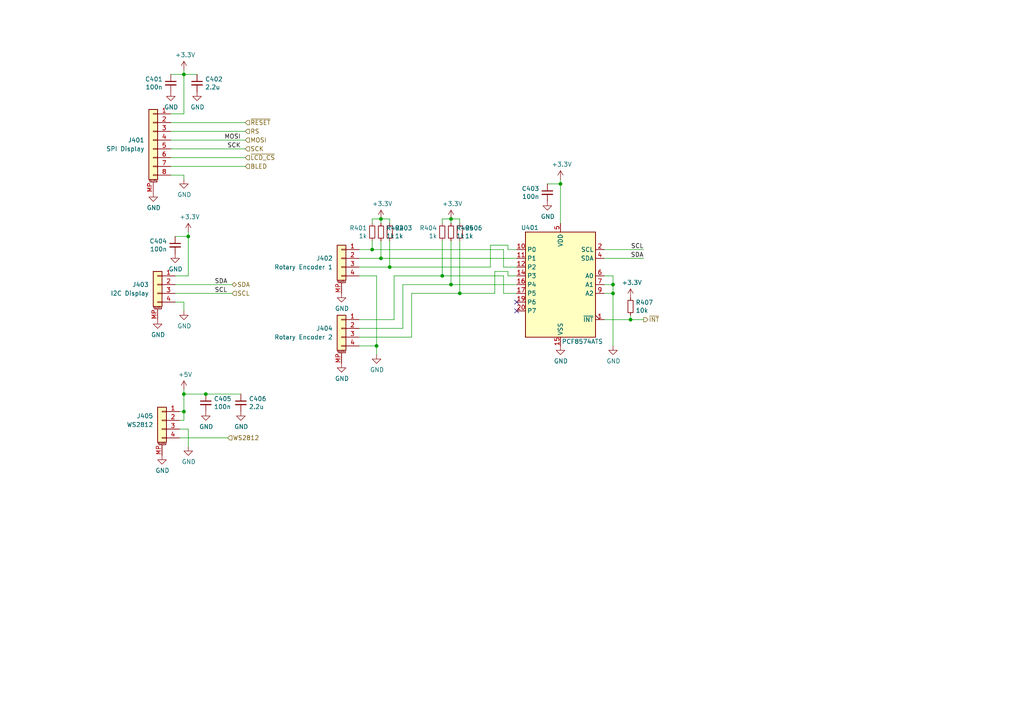
<source format=kicad_sch>
(kicad_sch (version 20230121) (generator eeschema)
  (paper "A4")
  (lib_symbols
    (symbol "Connector_Generic_MountingPin:Conn_01x04_MountingPin" (pin_names (offset 1.016) hide)
      (property "Reference" "J" (at 0 5.08 0))
      (property "Value" "Conn_01x04_MountingPin" (at 1.27 -7.62 0))
      (symbol "Conn_01x04_MountingPin_1_1"
        (rectangle (start -1.27 -4.953) (end 0 -5.207) (stroke (width 0.1524)))
        (rectangle (start -1.27 -2.413) (end 0 -2.667) (stroke (width 0.1524)))
        (rectangle (start -1.27 0.127) (end 0 -0.127) (stroke (width 0.1524)))
        (rectangle (start -1.27 2.667) (end 0 2.413) (stroke (width 0.1524)))
        (rectangle (start -1.27 3.81) (end 1.27 -6.35) (stroke (width 0.254)) (fill (type background)))
        (polyline (pts (xy -1.016 -7.112) (xy 1.016 -7.112)) (stroke (width 0.1524)))
        (text "Mounting" (at 0 -6.731 0) (effects (font (size 0.381 0.381))))
        (pin passive line (at -5.08 2.54 0) (length 3.81) (name "Pin_1") (number "1"))
        (pin passive line (at -5.08 0 0) (length 3.81) (name "Pin_2") (number "2"))
        (pin passive line (at -5.08 -2.54 0) (length 3.81) (name "Pin_3") (number "3"))
        (pin passive line (at -5.08 -5.08 0) (length 3.81) (name "Pin_4") (number "4"))
        (pin passive line (at 0 -10.16 90) (length 3.048) (name "MountPin") (number "MP"))
      )
    )
    (symbol "Connector_Generic_MountingPin:Conn_01x08_MountingPin" (pin_names (offset 1.016) hide)
      (property "Reference" "J" (at 0 10.16 0))
      (property "Value" "Conn_01x08_MountingPin" (at 1.27 -12.7 0))
      (symbol "Conn_01x08_MountingPin_1_1"
        (rectangle (start -1.27 -10.033) (end 0 -10.287) (stroke (width 0.1524)))
        (rectangle (start -1.27 -7.493) (end 0 -7.747) (stroke (width 0.1524)))
        (rectangle (start -1.27 -4.953) (end 0 -5.207) (stroke (width 0.1524)))
        (rectangle (start -1.27 -2.413) (end 0 -2.667) (stroke (width 0.1524)))
        (rectangle (start -1.27 0.127) (end 0 -0.127) (stroke (width 0.1524)))
        (rectangle (start -1.27 2.667) (end 0 2.413) (stroke (width 0.1524)))
        (rectangle (start -1.27 5.207) (end 0 4.953) (stroke (width 0.1524)))
        (rectangle (start -1.27 7.747) (end 0 7.493) (stroke (width 0.1524)))
        (rectangle (start -1.27 8.89) (end 1.27 -11.43) (stroke (width 0.254)) (fill (type background)))
        (polyline (pts (xy -1.016 -12.192) (xy 1.016 -12.192)) (stroke (width 0.1524)))
        (text "Mounting" (at 0 -11.811 0) (effects (font (size 0.381 0.381))))
        (pin passive line (at -5.08 7.62 0) (length 3.81) (name "Pin_1") (number "1"))
        (pin passive line (at -5.08 5.08 0) (length 3.81) (name "Pin_2") (number "2"))
        (pin passive line (at -5.08 2.54 0) (length 3.81) (name "Pin_3") (number "3"))
        (pin passive line (at -5.08 0 0) (length 3.81) (name "Pin_4") (number "4"))
        (pin passive line (at -5.08 -2.54 0) (length 3.81) (name "Pin_5") (number "5"))
        (pin passive line (at -5.08 -5.08 0) (length 3.81) (name "Pin_6") (number "6"))
        (pin passive line (at -5.08 -7.62 0) (length 3.81) (name "Pin_7") (number "7"))
        (pin passive line (at -5.08 -10.16 0) (length 3.81) (name "Pin_8") (number "8"))
        (pin passive line (at 0 -15.24 90) (length 3.048) (name "MountPin") (number "MP"))
      )
    )
    (symbol "Device:C_Small" (pin_numbers hide) (pin_names (offset 0.254) hide)
      (property "Reference" "C" (at 0.254 1.778 0))
      (property "Value" "C_Small" (at 0.254 -2.032 0))
      (symbol "C_Small_0_1"
        (polyline (pts (xy -1.524 -0.508) (xy 1.524 -0.508)) (stroke (width 0.3302)))
        (polyline (pts (xy -1.524 0.508) (xy 1.524 0.508)) (stroke (width 0.3048)))
      )
      (symbol "C_Small_1_1"
        (pin passive line (at 0 2.54 270) (length 2.032) (name "~") (number "1"))
        (pin passive line (at 0 -2.54 90) (length 2.032) (name "~") (number "2"))
      )
    )
    (symbol "Device:R_Small" (pin_numbers hide) (pin_names (offset 0.254) hide)
      (property "Reference" "R" (at 0.762 0.508 0))
      (property "Value" "R_Small" (at 0.762 -1.016 0))
      (symbol "R_Small_0_1"
        (rectangle (start -0.762 1.778) (end 0.762 -1.778) (stroke (width 0.2032)))
      )
      (symbol "R_Small_1_1"
        (pin passive line (at 0 2.54 270) (length 0.762) (name "~") (number "1"))
        (pin passive line (at 0 -2.54 90) (length 0.762) (name "~") (number "2"))
      )
    )
    (symbol "Interface_Expansion:PCF8574ATS"
      (property "Reference" "U" (at -8.89 16.51 0))
      (property "Value" "PCF8574ATS" (at 3.81 16.51 0))
      (symbol "PCF8574ATS_0_1"
        (rectangle (start -10.16 15.24) (end 10.16 -15.24) (stroke (width 0.254)) (fill (type background)))
      )
      (symbol "PCF8574ATS_1_1"
        (pin open_collector output_low (at -12.7 -10.16 0) (length 2.54) (name "~{INT}") (number "1"))
        (pin bidirectional line (at 12.7 10.16 180) (length 2.54) (name "P0") (number "10"))
        (pin bidirectional line (at 12.7 7.62 180) (length 2.54) (name "P1") (number "11"))
        (pin bidirectional line (at 12.7 5.08 180) (length 2.54) (name "P2") (number "12"))
        (pin no_connect line (at -10.16 -5.08 0) (length 2.54) hide (name "NC") (number "13"))
        (pin bidirectional line (at 12.7 2.54 180) (length 2.54) (name "P3") (number "14"))
        (pin power_in line (at 0 -17.78 90) (length 2.54) (name "VSS") (number "15"))
        (pin bidirectional line (at 12.7 0 180) (length 2.54) (name "P4") (number "16"))
        (pin bidirectional line (at 12.7 -2.54 180) (length 2.54) (name "P5") (number "17"))
        (pin no_connect line (at -10.16 -7.62 0) (length 2.54) hide (name "NC") (number "18"))
        (pin bidirectional line (at 12.7 -5.08 180) (length 2.54) (name "P6") (number "19"))
        (pin input line (at -12.7 10.16 0) (length 2.54) (name "SCL") (number "2"))
        (pin bidirectional line (at 12.7 -7.62 180) (length 2.54) (name "P7") (number "20"))
        (pin no_connect line (at 10.16 -10.16 180) (length 2.54) hide (name "NC") (number "3"))
        (pin bidirectional line (at -12.7 7.62 0) (length 2.54) (name "SDA") (number "4"))
        (pin power_in line (at 0 17.78 270) (length 2.54) (name "VDD") (number "5"))
        (pin input line (at -12.7 2.54 0) (length 2.54) (name "A0") (number "6"))
        (pin input line (at -12.7 0 0) (length 2.54) (name "A1") (number "7"))
        (pin no_connect line (at 10.16 -12.7 180) (length 2.54) hide (name "NC") (number "8"))
        (pin input line (at -12.7 -2.54 0) (length 2.54) (name "A2") (number "9"))
      )
    )
    (symbol "power:+3.3V" (power) (pin_names (offset 0))
      (property "Value" "+3.3V" (at 0 3.556 0))
      (symbol "+3.3V_0_1"
        (polyline (pts (xy -0.762 1.27) (xy 0 2.54)))
        (polyline (pts (xy 0 0) (xy 0 2.54)))
        (polyline (pts (xy 0 2.54) (xy 0.762 1.27)))
      )
      (symbol "+3.3V_1_1"
        (pin power_in line (at 0 0 90) (length 0) hide (name "+3.3V") (number "1"))
      )
    )
    (symbol "power:+5V" (power) (pin_names (offset 0))
      (property "Value" "+5V" (at 0 3.556 0))
      (symbol "+5V_0_1"
        (polyline (pts (xy -0.762 1.27) (xy 0 2.54)))
        (polyline (pts (xy 0 0) (xy 0 2.54)))
        (polyline (pts (xy 0 2.54) (xy 0.762 1.27)))
      )
      (symbol "+5V_1_1"
        (pin power_in line (at 0 0 90) (length 0) hide (name "+5V") (number "1"))
      )
    )
    (symbol "power:GND" (power) (pin_names (offset 0))
      (property "Value" "GND" (at 0 -3.81 0))
      (symbol "GND_0_1"
        (polyline (pts (xy 0 0) (xy 0 -1.27) (xy 1.27 -1.27) (xy 0 -2.54) (xy -1.27 -1.27) (xy 0 -1.27)))
      )
      (symbol "GND_1_1"
        (pin power_in line (at 0 0 270) (length 0) hide (name "GND") (number "1"))
      )
    )
  )
  (junction (at 113.03 77.47))
  (junction (at 177.8 85.09))
  (junction (at 109.22 100.33))
  (junction (at 130.81 82.55))
  (junction (at 128.27 80.01))
  (junction (at 59.69 114.3))
  (junction (at 130.81 63.5))
  (junction (at 162.56 53.34))
  (junction (at 110.49 74.93))
  (junction (at 110.49 63.5))
  (junction (at 182.88 92.71))
  (junction (at 53.34 119.38))
  (junction (at 177.8 82.55))
  (junction (at 107.95 72.39))
  (junction (at 53.34 21.59))
  (junction (at 54.61 68.58))
  (junction (at 53.34 114.3))
  (junction (at 133.35 85.09))
  (no_connect (at 149.86 87.63))
  (no_connect (at 149.86 90.17))
  (wire (pts (xy 54.61 80.01) (xy 54.61 68.58)))
  (wire (pts (xy 71.12 43.18) (xy 49.53 43.18)))
  (wire (pts (xy 53.34 114.3) (xy 53.34 113.03)))
  (wire (pts (xy 142.24 71.12) (xy 147.32 71.12)))
  (wire (pts (xy 53.34 21.59) (xy 53.34 20.32)))
  (wire (pts (xy 177.8 82.55) (xy 177.8 85.09)))
  (wire (pts (xy 53.34 50.8) (xy 53.34 52.07)))
  (wire (pts (xy 110.49 74.93) (xy 149.86 74.93)))
  (wire (pts (xy 49.53 50.8) (xy 53.34 50.8)))
  (wire (pts (xy 109.22 100.33) (xy 109.22 102.87)))
  (wire (pts (xy 109.22 80.01) (xy 109.22 100.33)))
  (wire (pts (xy 149.86 80.01) (xy 147.32 80.01)))
  (wire (pts (xy 107.95 72.39) (xy 107.95 69.85)))
  (wire (pts (xy 175.26 72.39) (xy 186.69 72.39)))
  (wire (pts (xy 130.81 82.55) (xy 149.86 82.55)))
  (wire (pts (xy 142.24 77.47) (xy 142.24 71.12)))
  (wire (pts (xy 53.34 114.3) (xy 59.69 114.3)))
  (wire (pts (xy 104.14 92.71) (xy 114.3 92.71)))
  (wire (pts (xy 146.05 77.47) (xy 146.05 72.39)))
  (wire (pts (xy 59.69 114.3) (xy 69.85 114.3)))
  (wire (pts (xy 50.8 87.63) (xy 53.34 87.63)))
  (wire (pts (xy 147.32 72.39) (xy 149.86 72.39)))
  (wire (pts (xy 53.34 119.38) (xy 53.34 114.3)))
  (wire (pts (xy 175.26 85.09) (xy 177.8 85.09)))
  (wire (pts (xy 182.88 91.44) (xy 182.88 92.71)))
  (wire (pts (xy 128.27 80.01) (xy 146.05 80.01)))
  (wire (pts (xy 128.27 64.77) (xy 128.27 63.5)))
  (wire (pts (xy 49.53 40.64) (xy 71.12 40.64)))
  (wire (pts (xy 110.49 63.5) (xy 113.03 63.5)))
  (wire (pts (xy 119.38 97.79) (xy 119.38 85.09)))
  (wire (pts (xy 130.81 69.85) (xy 130.81 82.55)))
  (wire (pts (xy 143.51 85.09) (xy 133.35 85.09)))
  (wire (pts (xy 114.3 80.01) (xy 128.27 80.01)))
  (wire (pts (xy 113.03 63.5) (xy 113.03 64.77)))
  (wire (pts (xy 113.03 77.47) (xy 142.24 77.47)))
  (wire (pts (xy 52.07 119.38) (xy 53.34 119.38)))
  (wire (pts (xy 104.14 80.01) (xy 109.22 80.01)))
  (wire (pts (xy 182.88 92.71) (xy 186.69 92.71)))
  (wire (pts (xy 49.53 35.56) (xy 71.12 35.56)))
  (wire (pts (xy 54.61 124.46) (xy 54.61 129.54)))
  (wire (pts (xy 175.26 92.71) (xy 182.88 92.71)))
  (wire (pts (xy 116.84 82.55) (xy 130.81 82.55)))
  (wire (pts (xy 110.49 63.5) (xy 110.49 64.77)))
  (wire (pts (xy 104.14 100.33) (xy 109.22 100.33)))
  (wire (pts (xy 104.14 72.39) (xy 107.95 72.39)))
  (wire (pts (xy 162.56 64.77) (xy 162.56 53.34)))
  (wire (pts (xy 104.14 77.47) (xy 113.03 77.47)))
  (wire (pts (xy 116.84 95.25) (xy 116.84 82.55)))
  (wire (pts (xy 50.8 82.55) (xy 67.31 82.55)))
  (wire (pts (xy 52.07 124.46) (xy 54.61 124.46)))
  (wire (pts (xy 50.8 68.58) (xy 54.61 68.58)))
  (wire (pts (xy 128.27 63.5) (xy 130.81 63.5)))
  (wire (pts (xy 104.14 97.79) (xy 119.38 97.79)))
  (wire (pts (xy 53.34 121.92) (xy 53.34 119.38)))
  (wire (pts (xy 52.07 121.92) (xy 53.34 121.92)))
  (wire (pts (xy 50.8 80.01) (xy 54.61 80.01)))
  (wire (pts (xy 49.53 21.59) (xy 53.34 21.59)))
  (wire (pts (xy 146.05 85.09) (xy 149.86 85.09)))
  (wire (pts (xy 177.8 80.01) (xy 177.8 82.55)))
  (wire (pts (xy 175.26 74.93) (xy 186.69 74.93)))
  (wire (pts (xy 130.81 63.5) (xy 130.81 64.77)))
  (wire (pts (xy 133.35 69.85) (xy 133.35 85.09)))
  (wire (pts (xy 113.03 69.85) (xy 113.03 77.47)))
  (wire (pts (xy 71.12 48.26) (xy 49.53 48.26)))
  (wire (pts (xy 162.56 53.34) (xy 162.56 52.07)))
  (wire (pts (xy 175.26 80.01) (xy 177.8 80.01)))
  (wire (pts (xy 71.12 38.1) (xy 49.53 38.1)))
  (wire (pts (xy 54.61 68.58) (xy 54.61 67.31)))
  (wire (pts (xy 149.86 77.47) (xy 146.05 77.47)))
  (wire (pts (xy 49.53 45.72) (xy 71.12 45.72)))
  (wire (pts (xy 146.05 72.39) (xy 107.95 72.39)))
  (wire (pts (xy 107.95 63.5) (xy 110.49 63.5)))
  (wire (pts (xy 107.95 64.77) (xy 107.95 63.5)))
  (wire (pts (xy 146.05 80.01) (xy 146.05 85.09)))
  (wire (pts (xy 147.32 78.74) (xy 143.51 78.74)))
  (wire (pts (xy 147.32 71.12) (xy 147.32 72.39)))
  (wire (pts (xy 104.14 95.25) (xy 116.84 95.25)))
  (wire (pts (xy 53.34 21.59) (xy 57.15 21.59)))
  (wire (pts (xy 119.38 85.09) (xy 133.35 85.09)))
  (wire (pts (xy 130.81 63.5) (xy 133.35 63.5)))
  (wire (pts (xy 158.75 53.34) (xy 162.56 53.34)))
  (wire (pts (xy 133.35 63.5) (xy 133.35 64.77)))
  (wire (pts (xy 52.07 127) (xy 66.04 127)))
  (wire (pts (xy 53.34 87.63) (xy 53.34 90.17)))
  (wire (pts (xy 114.3 92.71) (xy 114.3 80.01)))
  (wire (pts (xy 177.8 85.09) (xy 177.8 100.33)))
  (wire (pts (xy 128.27 69.85) (xy 128.27 80.01)))
  (wire (pts (xy 49.53 33.02) (xy 53.34 33.02)))
  (wire (pts (xy 53.34 33.02) (xy 53.34 21.59)))
  (wire (pts (xy 110.49 69.85) (xy 110.49 74.93)))
  (wire (pts (xy 104.14 74.93) (xy 110.49 74.93)))
  (wire (pts (xy 143.51 78.74) (xy 143.51 85.09)))
  (wire (pts (xy 175.26 82.55) (xy 177.8 82.55)))
  (wire (pts (xy 147.32 80.01) (xy 147.32 78.74)))
  (wire (pts (xy 50.8 85.09) (xy 67.31 85.09)))
  (label "SCL" (at 186.69 72.39 180))
  (label "MOSI" (at 69.85 40.64 180))
  (label "SCK" (at 69.85 43.18 180))
  (label "SDA" (at 62.23 82.55 0))
  (label "SCL" (at 62.23 85.09 0))
  (label "SDA" (at 186.69 74.93 180))
  (hierarchical_label "SCL" (shape input) (at 67.31 85.09 0))
  (hierarchical_label "SCK" (shape input) (at 71.12 43.18 0))
  (hierarchical_label "SDA" (shape bidirectional) (at 67.31 82.55 0))
  (hierarchical_label "MOSI" (shape input) (at 71.12 40.64 0))
  (hierarchical_label "~{RESET}" (shape input) (at 71.12 35.56 0))
  (hierarchical_label "BLED" (shape input) (at 71.12 48.26 0))
  (hierarchical_label "RS" (shape input) (at 71.12 38.1 0))
  (hierarchical_label "~{INT}" (shape output) (at 186.69 92.71 0))
  (hierarchical_label "~{LCD_CS}" (shape input) (at 71.12 45.72 0))
  (hierarchical_label "WS2812" (shape input) (at 66.04 127 0))
  (symbol (lib_id "power:GND") (at 53.34 90.17 0) (unit 1)
    (property "Reference" "#PWR0180" (effects hide))
    (property "Value" "GND" (at 53.467 94.5642 0))
  )
  (symbol (lib_id "Connector_Generic_MountingPin:Conn_01x04_MountingPin") (at 45.72 82.55 0) (mirror y) (unit 1)
    (property "Reference" "J403" (at 43.18 82.55 0) (effects (justify left)))
    (property "Value" "I2C Display" (at 43.18 85.09 0) (effects (justify left)))
    (property "Footprint" "Connector_JST:JST_GH_BM04B-GHS-TBT_1x04-1MP_P1.25mm_Vertical" (effects hide))
    (property "Partnumber" "752-1769" (effects hide))
    (property "Supplier" "RS-Components" (effects hide))
  )
  (symbol (lib_id "power:+3.3V") (at 54.61 67.31 0) (unit 1)
    (property "Reference" "#PWR0181" (effects hide))
    (property "Value" "+3.3V" (at 54.991 62.9158 0))
  )
  (symbol (lib_id "Device:C_Small") (at 50.8 71.12 0) (unit 1)
    (property "Reference" "C404" (at 48.4632 69.9516 0) (effects (justify right)))
    (property "Value" "100n" (at 48.4632 72.263 0) (effects (justify right)))
    (property "Footprint" "Capacitor_SMD:C_0603_1608Metric" (effects hide))
    (property "Partnumber" "133-5641" (effects hide))
    (property "Supplier" "RS-Components" (effects hide))
  )
  (symbol (lib_id "power:GND") (at 50.8 73.66 0) (unit 1)
    (property "Reference" "#PWR0182" (effects hide))
    (property "Value" "GND" (at 50.927 78.0542 0))
  )
  (symbol (lib_id "Interface_Expansion:PCF8574ATS") (at 162.56 82.55 0) (mirror y) (unit 1)
    (property "Reference" "U401" (at 153.67 66.04 0))
    (property "Value" "PCF8574ATS" (at 168.91 99.06 0))
    (property "Footprint" "Package_SO:SSOP-20_4.4x6.5mm_P0.65mm" (effects hide))
    (property "Datasheet" "http://www.nxp.com/documents/data_sheet/PCF8574_PCF8574A.pdf" (effects hide))
    (property "Partnumber" "732-1064" (effects hide))
    (property "Supplier" "RS-Components" (effects hide))
  )
  (symbol (lib_id "power:+3.3V") (at 162.56 52.07 0) (unit 1)
    (property "Reference" "#PWR0183" (effects hide))
    (property "Value" "+3.3V" (at 162.941 47.6758 0))
  )
  (symbol (lib_id "Device:C_Small") (at 158.75 55.88 0) (unit 1)
    (property "Reference" "C403" (at 156.4132 54.7116 0) (effects (justify right)))
    (property "Value" "100n" (at 156.4132 57.023 0) (effects (justify right)))
    (property "Footprint" "Capacitor_SMD:C_0603_1608Metric" (effects hide))
    (property "Partnumber" "133-5641" (effects hide))
    (property "Supplier" "RS-Components" (effects hide))
  )
  (symbol (lib_id "power:GND") (at 158.75 58.42 0) (unit 1)
    (property "Reference" "#PWR0184" (effects hide))
    (property "Value" "GND" (at 158.877 62.8142 0))
  )
  (symbol (lib_id "power:GND") (at 162.56 100.33 0) (unit 1)
    (property "Reference" "#PWR0185" (effects hide))
    (property "Value" "GND" (at 162.687 104.7242 0))
  )
  (symbol (lib_id "power:GND") (at 177.8 100.33 0) (unit 1)
    (property "Reference" "#PWR0186" (effects hide))
    (property "Value" "GND" (at 177.927 104.7242 0))
  )
  (symbol (lib_id "Device:R_Small") (at 182.88 88.9 0) (mirror y) (unit 1)
    (property "Reference" "R407" (at 184.3532 87.7316 0) (effects (justify right)))
    (property "Value" "10k" (at 184.3532 90.043 0) (effects (justify right)))
    (property "Footprint" "Resistor_SMD:R_0603_1608Metric" (effects hide))
    (property "Supplier" "RS-Components" (effects hide))
  )
  (symbol (lib_id "power:+3.3V") (at 182.88 86.36 0) (unit 1)
    (property "Reference" "#PWR0187" (effects hide))
    (property "Value" "+3.3V" (at 183.261 81.9658 0))
  )
  (symbol (lib_id "Connector_Generic_MountingPin:Conn_01x04_MountingPin") (at 99.06 95.25 0) (mirror y) (unit 1)
    (property "Reference" "J404" (at 96.52 95.25 0) (effects (justify left)))
    (property "Value" "Rotary Encoder 2" (at 96.52 97.79 0) (effects (justify left)))
    (property "Footprint" "Connector_JST:JST_GH_BM04B-GHS-TBT_1x04-1MP_P1.25mm_Vertical" (effects hide))
    (property "Partnumber" "752-1769" (effects hide))
    (property "Supplier" "RS-Components" (effects hide))
  )
  (symbol (lib_id "Device:R_Small") (at 133.35 67.31 0) (mirror y) (unit 1)
    (property "Reference" "R406" (at 134.8232 66.1416 0) (effects (justify right)))
    (property "Value" "1k" (at 134.8232 68.453 0) (effects (justify right)))
    (property "Footprint" "Resistor_SMD:R_0603_1608Metric" (effects hide))
    (property "Supplier" "RS-Components" (effects hide))
  )
  (symbol (lib_id "Device:R_Small") (at 128.27 67.31 0) (unit 1)
    (property "Reference" "R404" (at 126.7968 66.1416 0) (effects (justify right)))
    (property "Value" "1k" (at 126.7968 68.453 0) (effects (justify right)))
    (property "Footprint" "Resistor_SMD:R_0603_1608Metric" (effects hide))
    (property "Supplier" "RS-Components" (effects hide))
  )
  (symbol (lib_id "Device:R_Small") (at 130.81 67.31 0) (unit 1)
    (property "Reference" "R405" (at 132.3086 66.1416 0) (effects (justify left)))
    (property "Value" "1k" (at 132.3086 68.453 0) (effects (justify left)))
    (property "Footprint" "Resistor_SMD:R_0603_1608Metric" (effects hide))
    (property "Supplier" "RS-Components" (effects hide))
  )
  (symbol (lib_id "power:+3.3V") (at 130.81 63.5 0) (unit 1)
    (property "Reference" "#PWR0188" (effects hide))
    (property "Value" "+3.3V" (at 131.191 59.1058 0))
  )
  (symbol (lib_id "Connector_Generic_MountingPin:Conn_01x04_MountingPin") (at 99.06 74.93 0) (mirror y) (unit 1)
    (property "Reference" "J402" (at 96.52 74.93 0) (effects (justify left)))
    (property "Value" "Rotary Encoder 1" (at 96.52 77.47 0) (effects (justify left)))
    (property "Footprint" "Connector_JST:JST_GH_BM04B-GHS-TBT_1x04-1MP_P1.25mm_Vertical" (effects hide))
    (property "Partnumber" "752-1769" (effects hide))
    (property "Supplier" "RS-Components" (effects hide))
  )
  (symbol (lib_id "Device:R_Small") (at 113.03 67.31 0) (mirror y) (unit 1)
    (property "Reference" "R403" (at 114.5032 66.1416 0) (effects (justify right)))
    (property "Value" "1k" (at 114.5032 68.453 0) (effects (justify right)))
    (property "Footprint" "Resistor_SMD:R_0603_1608Metric" (effects hide))
    (property "Supplier" "RS-Components" (effects hide))
  )
  (symbol (lib_id "power:GND") (at 109.22 102.87 0) (unit 1)
    (property "Reference" "#PWR0170" (effects hide))
    (property "Value" "GND" (at 109.347 107.2642 0))
  )
  (symbol (lib_id "Device:R_Small") (at 107.95 67.31 0) (unit 1)
    (property "Reference" "R401" (at 106.4768 66.1416 0) (effects (justify right)))
    (property "Value" "1k" (at 106.4768 68.453 0) (effects (justify right)))
    (property "Footprint" "Resistor_SMD:R_0603_1608Metric" (effects hide))
    (property "Supplier" "RS-Components" (effects hide))
  )
  (symbol (lib_id "Device:R_Small") (at 110.49 67.31 0) (unit 1)
    (property "Reference" "R402" (at 111.9886 66.1416 0) (effects (justify left)))
    (property "Value" "1k" (at 111.9886 68.453 0) (effects (justify left)))
    (property "Footprint" "Resistor_SMD:R_0603_1608Metric" (effects hide))
    (property "Supplier" "RS-Components" (effects hide))
  )
  (symbol (lib_id "power:+3.3V") (at 110.49 63.5 0) (unit 1)
    (property "Reference" "#PWR0171" (effects hide))
    (property "Value" "+3.3V" (at 110.871 59.1058 0))
  )
  (symbol (lib_id "Connector_Generic_MountingPin:Conn_01x08_MountingPin") (at 44.45 40.64 0) (mirror y) (unit 1)
    (property "Reference" "J401" (at 41.91 40.64 0) (effects (justify left)))
    (property "Value" "SPI Display" (at 41.91 43.18 0) (effects (justify left)))
    (property "Footprint" "Connector_JST:JST_GH_BM08B-GHS-TBT_1x08-1MP_P1.25mm_Vertical" (effects hide))
    (property "Partnumber" "752-1775" (effects hide))
    (property "Supplier" "RS-Components" (effects hide))
  )
  (symbol (lib_id "power:+3.3V") (at 53.34 20.32 0) (unit 1)
    (property "Reference" "#PWR0172" (effects hide))
    (property "Value" "+3.3V" (at 53.721 15.9258 0))
  )
  (symbol (lib_id "power:GND") (at 53.34 52.07 0) (unit 1)
    (property "Reference" "#PWR0173" (effects hide))
    (property "Value" "GND" (at 53.467 56.4642 0))
  )
  (symbol (lib_id "Device:C_Small") (at 57.15 24.13 0) (unit 1)
    (property "Reference" "C402" (at 59.4868 22.9616 0) (effects (justify left)))
    (property "Value" "2.2u" (at 59.4868 25.273 0) (effects (justify left)))
    (property "Footprint" "Capacitor_SMD:C_0603_1608Metric" (effects hide))
    (property "Supplier" "RS-Components" (effects hide))
  )
  (symbol (lib_id "Device:C_Small") (at 49.53 24.13 0) (unit 1)
    (property "Reference" "C401" (at 47.1932 22.9616 0) (effects (justify right)))
    (property "Value" "100n" (at 47.1932 25.273 0) (effects (justify right)))
    (property "Footprint" "Capacitor_SMD:C_0603_1608Metric" (effects hide))
    (property "Partnumber" "133-5641" (effects hide))
    (property "Supplier" "RS-Components" (effects hide))
  )
  (symbol (lib_id "power:GND") (at 49.53 26.67 0) (unit 1)
    (property "Reference" "#PWR0174" (effects hide))
    (property "Value" "GND" (at 49.657 31.0642 0))
  )
  (symbol (lib_id "power:GND") (at 57.15 26.67 0) (unit 1)
    (property "Reference" "#PWR0175" (effects hide))
    (property "Value" "GND" (at 57.277 31.0642 0))
  )
  (symbol (lib_id "Connector_Generic_MountingPin:Conn_01x04_MountingPin") (at 46.99 121.92 0) (mirror y) (unit 1)
    (property "Reference" "J405" (at 44.45 120.65 0) (effects (justify left)))
    (property "Value" "WS2812" (at 44.45 123.19 0) (effects (justify left)))
    (property "Footprint" "Connector_JST:JST_GH_BM04B-GHS-TBT_1x04-1MP_P1.25mm_Vertical" (effects hide))
    (property "Partnumber" "752-1769" (effects hide))
    (property "Supplier" "RS-Components" (effects hide))
  )
  (symbol (lib_id "power:GND") (at 54.61 129.54 0) (unit 1)
    (property "Reference" "#PWR0176" (effects hide))
    (property "Value" "GND" (at 54.737 133.9342 0))
  )
  (symbol (lib_id "power:+5V") (at 53.34 113.03 0) (unit 1)
    (property "Reference" "#PWR0177" (effects hide))
    (property "Value" "+5V" (at 53.721 108.6358 0))
  )
  (symbol (lib_id "Device:C_Small") (at 69.85 116.84 0) (unit 1)
    (property "Reference" "C406" (at 72.1868 115.6716 0) (effects (justify left)))
    (property "Value" "2.2u" (at 72.1868 117.983 0) (effects (justify left)))
    (property "Footprint" "Capacitor_SMD:C_0603_1608Metric" (effects hide))
    (property "Supplier" "RS-Components" (effects hide))
  )
  (symbol (lib_id "Device:C_Small") (at 59.69 116.84 0) (unit 1)
    (property "Reference" "C405" (at 62.0268 115.6716 0) (effects (justify left)))
    (property "Value" "100n" (at 62.0268 117.983 0) (effects (justify left)))
    (property "Footprint" "Capacitor_SMD:C_0603_1608Metric" (effects hide))
    (property "Partnumber" "133-5641" (effects hide))
    (property "Supplier" "RS-Components" (effects hide))
  )
  (symbol (lib_id "power:GND") (at 59.69 119.38 0) (unit 1)
    (property "Reference" "#PWR0178" (effects hide))
    (property "Value" "GND" (at 59.817 123.7742 0))
  )
  (symbol (lib_id "power:GND") (at 69.85 119.38 0) (unit 1)
    (property "Reference" "#PWR0179" (effects hide))
    (property "Value" "GND" (at 69.977 123.7742 0))
  )
  (symbol (lib_id "power:GND") (at 99.06 105.41 0) (unit 1)
    (property "Reference" "#PWR0231" (effects hide))
    (property "Value" "GND" (at 99.187 109.8042 0))
  )
  (symbol (lib_id "power:GND") (at 99.06 85.09 0) (unit 1)
    (property "Reference" "#PWR0232" (effects hide))
    (property "Value" "GND" (at 99.187 89.4842 0))
  )
  (symbol (lib_id "power:GND") (at 45.72 92.71 0) (unit 1)
    (property "Reference" "#PWR0233" (effects hide))
    (property "Value" "GND" (at 45.847 97.1042 0))
  )
  (symbol (lib_id "power:GND") (at 46.99 132.08 0) (unit 1)
    (property "Reference" "#PWR0234" (effects hide))
    (property "Value" "GND" (at 47.117 136.4742 0))
  )
  (symbol (lib_id "power:GND") (at 44.45 55.88 0) (unit 1)
    (property "Reference" "#PWR0235" (effects hide))
    (property "Value" "GND" (at 44.577 60.2742 0))
  )
)
</source>
